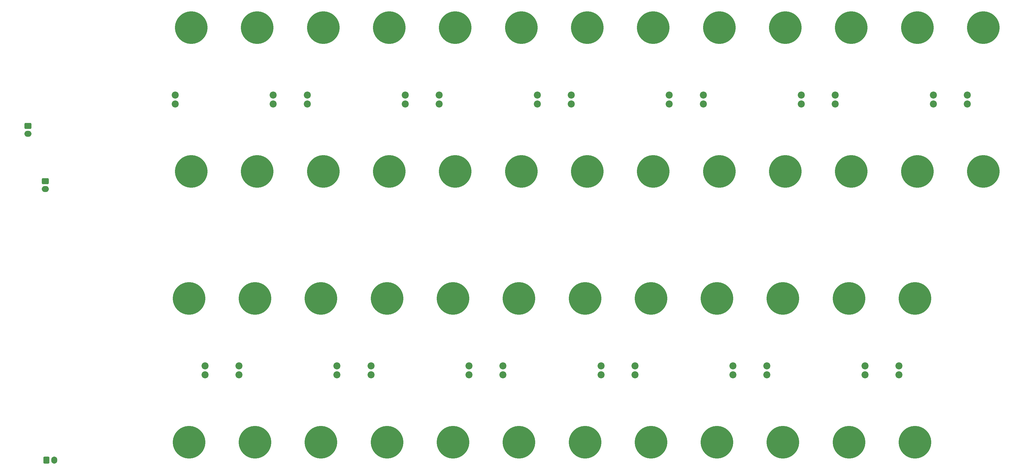
<source format=gbr>
%TF.GenerationSoftware,KiCad,Pcbnew,7.0.8*%
%TF.CreationDate,2023-11-15T21:58:07-05:00*%
%TF.ProjectId,BMS1,424d5331-2e6b-4696-9361-645f70636258,1*%
%TF.SameCoordinates,Original*%
%TF.FileFunction,Soldermask,Bot*%
%TF.FilePolarity,Negative*%
%FSLAX46Y46*%
G04 Gerber Fmt 4.6, Leading zero omitted, Abs format (unit mm)*
G04 Created by KiCad (PCBNEW 7.0.8) date 2023-11-15 21:58:07*
%MOMM*%
%LPD*%
G01*
G04 APERTURE LIST*
G04 Aperture macros list*
%AMRoundRect*
0 Rectangle with rounded corners*
0 $1 Rounding radius*
0 $2 $3 $4 $5 $6 $7 $8 $9 X,Y pos of 4 corners*
0 Add a 4 corners polygon primitive as box body*
4,1,4,$2,$3,$4,$5,$6,$7,$8,$9,$2,$3,0*
0 Add four circle primitives for the rounded corners*
1,1,$1+$1,$2,$3*
1,1,$1+$1,$4,$5*
1,1,$1+$1,$6,$7*
1,1,$1+$1,$8,$9*
0 Add four rect primitives between the rounded corners*
20,1,$1+$1,$2,$3,$4,$5,0*
20,1,$1+$1,$4,$5,$6,$7,0*
20,1,$1+$1,$6,$7,$8,$9,0*
20,1,$1+$1,$8,$9,$2,$3,0*%
G04 Aperture macros list end*
%ADD10C,10.200000*%
%ADD11C,2.200000*%
%ADD12RoundRect,0.350000X-0.600000X-0.750000X0.600000X-0.750000X0.600000X0.750000X-0.600000X0.750000X0*%
%ADD13O,1.900000X2.200000*%
%ADD14RoundRect,0.350000X-0.750000X0.600000X-0.750000X-0.600000X0.750000X-0.600000X0.750000X0.600000X0*%
%ADD15O,2.200000X1.900000*%
G04 APERTURE END LIST*
D10*
%TO.C,B3*%
X125528000Y-118216000D03*
X125528000Y-163216000D03*
D11*
X130528000Y-142116000D03*
X130528000Y-139316000D03*
%TD*%
D10*
%TO.C,B2*%
X104908000Y-163216000D03*
X104908000Y-118216000D03*
D11*
X99908000Y-139316000D03*
X99908000Y-142116000D03*
%TD*%
D10*
%TO.C,B4*%
X146128000Y-163216000D03*
X146128000Y-118216000D03*
D11*
X141128000Y-139316000D03*
X141128000Y-142116000D03*
%TD*%
D10*
%TO.C,B16*%
X270444000Y-33532500D03*
X270444000Y-78532500D03*
D11*
X275444000Y-57432500D03*
X275444000Y-54632500D03*
%TD*%
D10*
%TO.C,B15*%
X291044000Y-78532500D03*
X291044000Y-33532500D03*
D11*
X286044000Y-54632500D03*
X286044000Y-57432500D03*
%TD*%
D10*
%TO.C,B19*%
X208644000Y-78532500D03*
X208644000Y-33532500D03*
D11*
X203644000Y-54632500D03*
X203644000Y-57432500D03*
%TD*%
D10*
%TO.C,B13*%
X332244000Y-78532500D03*
X332244000Y-33532500D03*
D11*
X327244000Y-54632500D03*
X327244000Y-57432500D03*
%TD*%
D10*
%TO.C,B20*%
X188044000Y-33532500D03*
X188044000Y-78532500D03*
D11*
X193044000Y-57432500D03*
X193044000Y-54632500D03*
%TD*%
D12*
%TO.C,J3*%
X39791000Y-168783000D03*
D13*
X42291000Y-168783000D03*
%TD*%
D10*
%TO.C,B18*%
X229244000Y-33532500D03*
X229244000Y-78532500D03*
D11*
X234244000Y-57432500D03*
X234244000Y-54632500D03*
%TD*%
D10*
%TO.C,B6*%
X187328000Y-163216000D03*
X187328000Y-118216000D03*
D11*
X182328000Y-139316000D03*
X182328000Y-142116000D03*
%TD*%
D10*
%TO.C,B17*%
X249844000Y-78532500D03*
X249844000Y-33532500D03*
D11*
X244844000Y-54632500D03*
X244844000Y-57432500D03*
%TD*%
D10*
%TO.C,B21*%
X167444000Y-78532500D03*
X167444000Y-33532500D03*
D11*
X162444000Y-54632500D03*
X162444000Y-57432500D03*
%TD*%
D10*
%TO.C,B14*%
X311644000Y-33532500D03*
X311644000Y-78532500D03*
D11*
X316644000Y-57432500D03*
X316644000Y-54632500D03*
%TD*%
D14*
%TO.C,J2*%
X34053000Y-64282000D03*
D15*
X34053000Y-66782000D03*
%TD*%
D10*
%TO.C,B9*%
X249128000Y-118216000D03*
X249128000Y-163216000D03*
D11*
X254128000Y-142116000D03*
X254128000Y-139316000D03*
%TD*%
D10*
%TO.C,B24*%
X105644000Y-33532500D03*
X105644000Y-78532500D03*
D11*
X110644000Y-57432500D03*
X110644000Y-54632500D03*
%TD*%
D10*
%TO.C,B8*%
X228528000Y-163216000D03*
X228528000Y-118216000D03*
D11*
X223528000Y-139316000D03*
X223528000Y-142116000D03*
%TD*%
D10*
%TO.C,B10*%
X269728000Y-163216000D03*
X269728000Y-118216000D03*
D11*
X264728000Y-139316000D03*
X264728000Y-142116000D03*
%TD*%
D10*
%TO.C,B12*%
X310928000Y-163216000D03*
X310928000Y-118216000D03*
D11*
X305928000Y-139316000D03*
X305928000Y-142116000D03*
%TD*%
D10*
%TO.C,B25*%
X85044000Y-78532500D03*
X85044000Y-33532500D03*
D11*
X80044000Y-54632500D03*
X80044000Y-57432500D03*
%TD*%
D10*
%TO.C,B11*%
X290328000Y-118216000D03*
X290328000Y-163216000D03*
D11*
X295328000Y-142116000D03*
X295328000Y-139316000D03*
%TD*%
D10*
%TO.C,B22*%
X146844000Y-33532500D03*
X146844000Y-78532500D03*
D11*
X151844000Y-57432500D03*
X151844000Y-54632500D03*
%TD*%
D10*
%TO.C,B1*%
X84328000Y-118216000D03*
X84328000Y-163216000D03*
D11*
X89328000Y-142116000D03*
X89328000Y-139316000D03*
%TD*%
D10*
%TO.C,B5*%
X166728000Y-118216000D03*
X166728000Y-163216000D03*
D11*
X171728000Y-142116000D03*
X171728000Y-139316000D03*
%TD*%
D14*
%TO.C,J1*%
X39442000Y-81554000D03*
D15*
X39442000Y-84054000D03*
%TD*%
D10*
%TO.C,B23*%
X126244000Y-78532500D03*
X126244000Y-33532500D03*
D11*
X121244000Y-54632500D03*
X121244000Y-57432500D03*
%TD*%
D10*
%TO.C,B7*%
X207928000Y-118216000D03*
X207928000Y-163216000D03*
D11*
X212928000Y-142116000D03*
X212928000Y-139316000D03*
%TD*%
M02*

</source>
